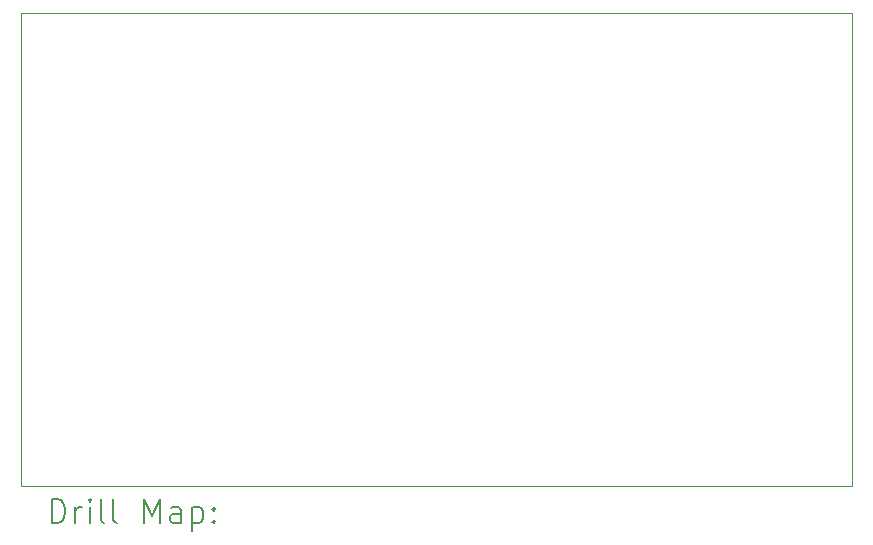
<source format=gbr>
%TF.GenerationSoftware,KiCad,Pcbnew,7.99.0-3522-gc5520b3eef-dirty*%
%TF.CreationDate,2024-01-06T21:25:40+00:00*%
%TF.ProjectId,lamp-controller,6c616d70-2d63-46f6-9e74-726f6c6c6572,rev?*%
%TF.SameCoordinates,Original*%
%TF.FileFunction,Drillmap*%
%TF.FilePolarity,Positive*%
%FSLAX45Y45*%
G04 Gerber Fmt 4.5, Leading zero omitted, Abs format (unit mm)*
G04 Created by KiCad (PCBNEW 7.99.0-3522-gc5520b3eef-dirty) date 2024-01-06 21:25:40*
%MOMM*%
%LPD*%
G01*
G04 APERTURE LIST*
%ADD10C,0.100000*%
%ADD11C,0.200000*%
G04 APERTURE END LIST*
D10*
X10730000Y-5750000D02*
X17760000Y-5750000D01*
X17760000Y-9750000D01*
X10730000Y-9750000D01*
X10730000Y-5750000D01*
D11*
X10985777Y-10066484D02*
X10985777Y-9866484D01*
X10985777Y-9866484D02*
X11033396Y-9866484D01*
X11033396Y-9866484D02*
X11061967Y-9876008D01*
X11061967Y-9876008D02*
X11081015Y-9895055D01*
X11081015Y-9895055D02*
X11090539Y-9914103D01*
X11090539Y-9914103D02*
X11100063Y-9952198D01*
X11100063Y-9952198D02*
X11100063Y-9980770D01*
X11100063Y-9980770D02*
X11090539Y-10018865D01*
X11090539Y-10018865D02*
X11081015Y-10037912D01*
X11081015Y-10037912D02*
X11061967Y-10056960D01*
X11061967Y-10056960D02*
X11033396Y-10066484D01*
X11033396Y-10066484D02*
X10985777Y-10066484D01*
X11185777Y-10066484D02*
X11185777Y-9933150D01*
X11185777Y-9971246D02*
X11195301Y-9952198D01*
X11195301Y-9952198D02*
X11204824Y-9942674D01*
X11204824Y-9942674D02*
X11223872Y-9933150D01*
X11223872Y-9933150D02*
X11242920Y-9933150D01*
X11309586Y-10066484D02*
X11309586Y-9933150D01*
X11309586Y-9866484D02*
X11300062Y-9876008D01*
X11300062Y-9876008D02*
X11309586Y-9885531D01*
X11309586Y-9885531D02*
X11319110Y-9876008D01*
X11319110Y-9876008D02*
X11309586Y-9866484D01*
X11309586Y-9866484D02*
X11309586Y-9885531D01*
X11433396Y-10066484D02*
X11414348Y-10056960D01*
X11414348Y-10056960D02*
X11404824Y-10037912D01*
X11404824Y-10037912D02*
X11404824Y-9866484D01*
X11538158Y-10066484D02*
X11519110Y-10056960D01*
X11519110Y-10056960D02*
X11509586Y-10037912D01*
X11509586Y-10037912D02*
X11509586Y-9866484D01*
X11766729Y-10066484D02*
X11766729Y-9866484D01*
X11766729Y-9866484D02*
X11833396Y-10009341D01*
X11833396Y-10009341D02*
X11900062Y-9866484D01*
X11900062Y-9866484D02*
X11900062Y-10066484D01*
X12081015Y-10066484D02*
X12081015Y-9961722D01*
X12081015Y-9961722D02*
X12071491Y-9942674D01*
X12071491Y-9942674D02*
X12052443Y-9933150D01*
X12052443Y-9933150D02*
X12014348Y-9933150D01*
X12014348Y-9933150D02*
X11995301Y-9942674D01*
X12081015Y-10056960D02*
X12061967Y-10066484D01*
X12061967Y-10066484D02*
X12014348Y-10066484D01*
X12014348Y-10066484D02*
X11995301Y-10056960D01*
X11995301Y-10056960D02*
X11985777Y-10037912D01*
X11985777Y-10037912D02*
X11985777Y-10018865D01*
X11985777Y-10018865D02*
X11995301Y-9999817D01*
X11995301Y-9999817D02*
X12014348Y-9990293D01*
X12014348Y-9990293D02*
X12061967Y-9990293D01*
X12061967Y-9990293D02*
X12081015Y-9980770D01*
X12176253Y-9933150D02*
X12176253Y-10133150D01*
X12176253Y-9942674D02*
X12195301Y-9933150D01*
X12195301Y-9933150D02*
X12233396Y-9933150D01*
X12233396Y-9933150D02*
X12252443Y-9942674D01*
X12252443Y-9942674D02*
X12261967Y-9952198D01*
X12261967Y-9952198D02*
X12271491Y-9971246D01*
X12271491Y-9971246D02*
X12271491Y-10028389D01*
X12271491Y-10028389D02*
X12261967Y-10047436D01*
X12261967Y-10047436D02*
X12252443Y-10056960D01*
X12252443Y-10056960D02*
X12233396Y-10066484D01*
X12233396Y-10066484D02*
X12195301Y-10066484D01*
X12195301Y-10066484D02*
X12176253Y-10056960D01*
X12357205Y-10047436D02*
X12366729Y-10056960D01*
X12366729Y-10056960D02*
X12357205Y-10066484D01*
X12357205Y-10066484D02*
X12347682Y-10056960D01*
X12347682Y-10056960D02*
X12357205Y-10047436D01*
X12357205Y-10047436D02*
X12357205Y-10066484D01*
X12357205Y-9942674D02*
X12366729Y-9952198D01*
X12366729Y-9952198D02*
X12357205Y-9961722D01*
X12357205Y-9961722D02*
X12347682Y-9952198D01*
X12347682Y-9952198D02*
X12357205Y-9942674D01*
X12357205Y-9942674D02*
X12357205Y-9961722D01*
M02*

</source>
